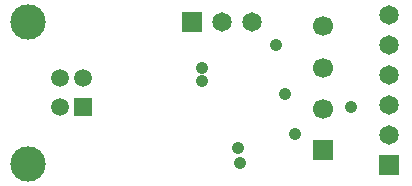
<source format=gbs>
%FSLAX33Y33*%
%MOMM*%
%AMRect-W1650000-H1650000-RO1.500*
21,1,1.65,1.65,0.,0.,90*%
%AMRect-W1650000-H1650000-RO1.000*
21,1,1.65,1.65,0.,0.,180*%
%AMRect-W1500000-H1500000-RO0.500*
21,1,1.5,1.5,0.,0.,270*%
%AMRect-W1700000-H1700000-RO1.000*
21,1,1.7,1.7,0.,0.,180*%
%ADD10C,1.0668*%
%ADD11C,1.65*%
%ADD12Rect-W1650000-H1650000-RO1.500*%
%ADD13C,1.65*%
%ADD14Rect-W1650000-H1650000-RO1.000*%
%ADD15C,1.5*%
%ADD16C,3.*%
%ADD17Rect-W1500000-H1500000-RO0.500*%
%ADD18C,1.7*%
%ADD19Rect-W1700000-H1700000-RO1.000*%
D10*
%LNbottom solder mask_traces*%
G01*
X22993Y14110D03*
X16726Y12225D03*
X19975Y4125D03*
X24650Y6600D03*
X16726Y11100D03*
X23775Y9975D03*
X29375Y8850D03*
X19800Y5425D03*
%LNbottom solder mask component d42eb884927d70f7*%
D11*
X18441Y16122D03*
X20981Y16122D03*
D12*
X15901Y16122D03*
%LNbottom solder mask component 88a1b529ef9425af*%
D13*
X32600Y6490D03*
X32600Y9030D03*
X32600Y11570D03*
X32600Y14110D03*
X32600Y16650D03*
D14*
X32600Y3950D03*
%LNbottom solder mask component be73e84ce829f6fc*%
D15*
X4700Y8850D03*
X4700Y11350D03*
X6700Y11350D03*
D16*
X1990Y16120D03*
X1990Y4080D03*
D17*
X6700Y8850D03*
%LNbottom solder mask component a2960183214ca6c9*%
D18*
X27025Y8735D03*
X27025Y12235D03*
X27025Y15735D03*
D19*
X27025Y5235D03*
M02*
</source>
